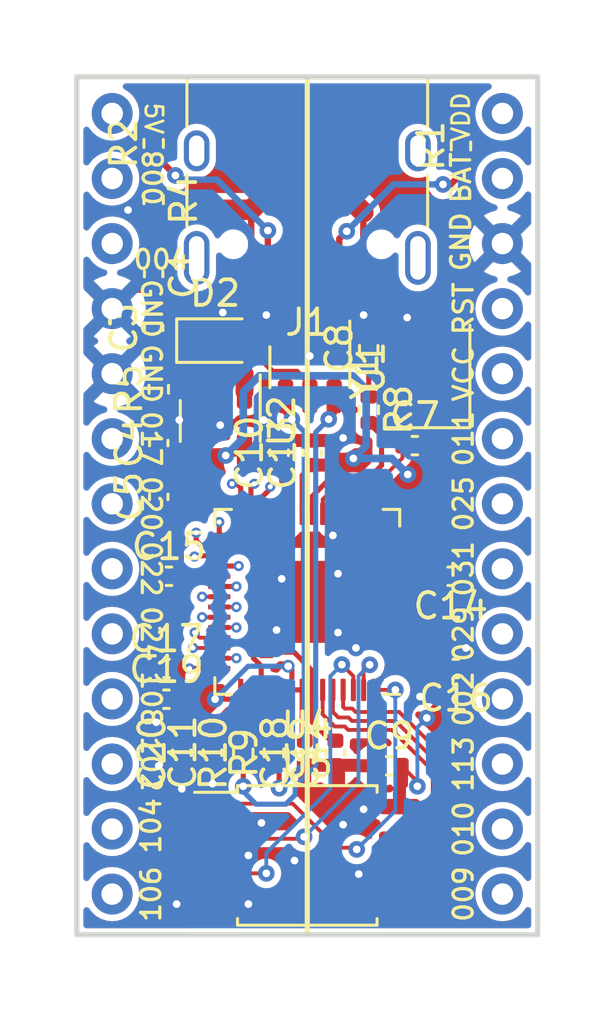
<source format=kicad_pcb>
(kicad_pcb (version 20211014) (generator pcbnew)
  (layers (0 "F.Cu" signal) (31 "B.Cu" signal) (34 "B.Paste" user) (35 "F.Paste" user) (36 "B.SilkS" user "B.Silkscreen") (37 "F.SilkS" user "F.Silkscreen") (38 "B.Mask" user) (39 "F.Mask" user) (44 "Edge.Cuts" user))
  (net 0 "")
  (net 1 "GND")
  (net 2 "+5V")
  (net 3 "/VSRC")
  (net 4 "XIN")
  (net 5 "+1V1")
  (net 6 "/CC1")
  (net 7 "D+")
  (net 8 "D-")
  (net 10 "/CC2")
  (net 12 "/GPIO0")
  (net 13 "/GPIO1")
  (net 14 "/GPIO2")
  (net 15 "/GPIO3")
  (net 16 "/GPIO4")
  (net 17 "/GPIO5")
  (net 18 "/GPIO6")
  (net 19 "/GPIO7")
  (net 20 "/GPIO8")
  (net 21 "/GPIO9")
  (net 22 "/GPIO10")
  (net 23 "/GPIO11")
  (net 24 "/GPIO12")
  (net 25 "/GPIO13")
  (net 26 "/GPIO14")
  (net 27 "/GPIO15")
  (net 28 "/GPIO29")
  (net 29 "/GPIO27")
  (net 30 "/GPIO26")
  (net 31 "/GPIO25")
  (net 32 "/GPIO24")
  (net 33 "/GPIO23")
  (net 34 "/GPIO22")
  (net 35 "/GPIO21")
  (net 36 "/GPIO20")
  (net 37 "/GPIO19")
  (net 38 "/GPIO18")
  (net 39 "/GPIO17")
  (net 40 "/GPIO16")
  (net 41 "SWD")
  (net 42 "SWCLK")
  (net 43 "QSPI_SS")
  (net 44 "/RESET")
  (net 45 "/ENABLE")
  (net 46 "XOUT")
  (net 47 "USB_D+")
  (net 48 "/DP")
  (net 49 "USB_D-")
  (net 50 "/DN")
  (net 51 "QSPI_SD1")
  (net 52 "QSPI_SD2")
  (net 53 "QSPI_SD0")
  (net 54 "QSPI_SCLK")
  (net 55 "QSPI_SD3")
  (net 56 "Net-(C8-Pad1)")
  (net 57 "+3V3")
  (net 62 "/GPIO28")
  (footprint "Resistor_SMD:R_0402_1005Metric" (layer "F.Cu") (at 153 32.6 90)
    (fp_text reference "R2")
    (fp_text value "5k1")
  )
  (footprint "mikotofootprints:mikoto-pins" (layer "F.Cu") (at 159 47.94)
    (fp_text reference "J2")
    (fp_text value "Conn_01x26" hide)
  )
  (footprint "Package_DFN_QFN:QFN-56-1EP_7x7mm_P0.4mm_EP3.2x3.2mm" (layer "F.Cu") (at 159 50.5 180)
    (fp_text reference "U4")
    (fp_text value "RP2040")
  )
  (footprint "Capacitor_SMD:C_0402_1005Metric" (layer "F.Cu") (at 155.3 56.39 90)
    (fp_text reference "C11")
    (fp_text value "100nF")
  )
  (footprint "Package_SO:SOIC-8_5.23x5.23mm_P1.27mm" (layer "F.Cu") (at 159 60.4)
    (fp_text reference "U5")
    (fp_text value "W25Q128JVS")
  )
  (footprint "Capacitor_SMD:C_0402_1005Metric" (layer "F.Cu") (at 153.2 44.3 90)
    (fp_text reference "C4")
    (fp_text value "1u")
  )
  (footprint "Capacitor_SMD:C_0402_1005Metric" (layer "F.Cu") (at 153.5 53.1)
    (fp_text reference "C17")
    (fp_text value "100nF")
  )
  (footprint "Capacitor_SMD:C_0402_1005Metric" (layer "F.Cu") (at 164.8 53.1 180)
    (fp_text reference "C16")
    (fp_text value "100nF")
  )
  (footprint "Crystal:Crystal_SMD_3225-4Pin_3.2x2.5mm" (layer "F.Cu") (at 163.7 41.7 90)
    (fp_text reference "Y1")
    (fp_text value "Crystal_GND23")
  )
  (footprint "Capacitor_SMD:C_0402_1005Metric" (layer "F.Cu") (at 153 37.7 -90)
    (fp_text reference "C1")
    (fp_text value "10uF")
  )
  (footprint "Capacitor_SMD:C_0402_1005Metric" (layer "F.Cu") (at 163.2 44.4)
    (fp_text reference "C7")
    (fp_text value "22pF")
  )
  (footprint "Capacitor_SMD:C_0402_1005Metric" (layer "F.Cu") (at 160.1 56.4 90)
    (fp_text reference "C12")
    (fp_text value "100nF")
  )
  (footprint "Capacitor_SMD:C_0402_1005Metric" (layer "F.Cu") (at 154.1 56.39 90)
    (fp_text reference "C20")
    (fp_text value "100nF")
  )
  (footprint "Capacitor_SMD:C_0402_1005Metric" (layer "F.Cu") (at 158.9 56.4 90)
    (fp_text reference "C18")
    (fp_text value "100nF")
  )
  (footprint "Capacitor_SMD:C_0402_1005Metric" (layer "F.Cu") (at 162.2 56.9)
    (fp_text reference "C9")
    (fp_text value "100nF")
  )
  (footprint "Resistor_SMD:R_0402_1005Metric" (layer "F.Cu") (at 165 32.7 90)
    (fp_text reference "R1")
    (fp_text value "5k1")
  )
  (footprint "Package_TO_SOT_SMD:SOT-23-5" (layer "F.Cu") (at 155.6 43.4375 -90)
    (fp_text reference "U2")
    (fp_text value "SOT23-5 200mA 3.3V")
  )
  (footprint "Capacitor_SMD:C_0402_1005Metric" (layer "F.Cu") (at 153.5 54.3)
    (fp_text reference "C19")
    (fp_text value "100nF")
  )
  (footprint "Resistor_SMD:R_0402_1005Metric" (layer "F.Cu") (at 153 34.8 -90)
    (fp_text reference "R4")
    (fp_text value "10k")
  )
  (footprint "Package_TO_SOT_SMD:SOT-23-6" (layer "F.Cu") (at 159.1 41.3375 -90)
    (fp_text reference "U1")
    (fp_text value "USBLC6-2SC6")
  )
  (footprint "Capacitor_SMD:C_0402_1005Metric" (layer "F.Cu") (at 164.6 49.5 180)
    (fp_text reference "C14")
    (fp_text value "100nF")
  )
  (footprint "Resistor_SMD:R_0402_1005Metric" (layer "F.Cu") (at 156.5 56.4 90)
    (fp_text reference "R10")
    (fp_text value "27R")
  )
  (footprint "Capacitor_SMD:C_0402_1005Metric" (layer "F.Cu") (at 157.9 44.68 90)
    (fp_text reference "C10")
    (fp_text value "1u")
  )
  (footprint "Capacitor_SMD:C_0402_1005Metric" (layer "F.Cu") (at 153 39.8 90)
    (fp_text reference "C3")
    (fp_text value "1uF")
  )
  (footprint "Diode_SMD:D_SOD-323" (layer "F.Cu") (at 155.4 40.3)
    (fp_text reference "D2")
    (fp_text value "D_Schottky")
  )
  (footprint "Capacitor_SMD:C_0402_1005Metric" (layer "F.Cu") (at 161.4 40.6 90)
    (fp_text reference "C8")
    (fp_text value "22pF")
  )
  (footprint "Capacitor_SMD:C_0402_1005Metric" (layer "F.Cu") (at 153.2 46.4 90)
    (fp_text reference "C5")
    (fp_text value "100nF")
  )
  (footprint "Capacitor_SMD:C_0402_1005Metric" (layer "F.Cu") (at 153.6 49.5)
    (fp_text reference "C15")
    (fp_text value "100nF")
  )
  (footprint "Resistor_SMD:R_0402_1005Metric" (layer "F.Cu") (at 157.7 56.4 90)
    (fp_text reference "R9")
    (fp_text value "27R")
  )
  (footprint "Connector_USB:USB_C_Receptacle_HRO_TYPE-C-31-M-12" (layer "F.Cu") (at 159 33.94 180)
    (fp_text reference "J1")
    (fp_text value "HRO_TYPE-C-31-M-14")
  )
  (footprint "Capacitor_SMD:C_0402_1005Metric" (layer "F.Cu") (at 159.2 44.68 90)
    (fp_text reference "C13")
    (fp_text value "1u")
  )
  (footprint "Resistor_SMD:R_0402_1005Metric" (layer "F.Cu") (at 153.2 42.2 90)
    (fp_text reference "R5")
    (fp_text value "10k")
  )
  (footprint "Resistor_SMD:R_0402_1005Metric" (layer "F.Cu") (at 161.4 43 -90)
    (fp_text reference "R8")
    (fp_text value "1k")
  )
  (gr_line (start 159 30) (end 159 63.5) (layer "F.SilkS") (width 0.2))
  (gr_rect (start 150 30) (end 168 63.5) (layer "Edge.Cuts") (width 0.2) (fill none))
  (segment (start 160.4 57.18) (end 160.1 56.88) (width 0.15) (layer "F.Cu") (net 1))
  (segment (start 160 47.0625) (end 160 47.905416) (width 0.2) (layer "F.Cu") (net 1))
  (segment (start 160.4 59.2) (end 160.4 57.18) (width 0.15) (layer "F.Cu") (net 1))
  (segment (start 152.91 34.29) (end 152 35.2) (width 0.2) (layer "F.Cu") (net 1))
  (segment (start 153.2 43.82) (end 153.58 43.82) (width 0.2) (layer "F.Cu") (net 1))
  (segment (start 161.7 39.3) (end 161.2 39.3) (width 0.2) (layer "F.Cu") (net 1))
  (segment (start 153 34.29) (end 152.91 34.29) (width 0.2) (layer "F.Cu") (net 1))
  (segment (start 160 47.905416) (end 159.999304 47.906112) (width 0.2) (layer "F.Cu") (net 1))
  (segment (start 153.58 43.82) (end 154 43.4) (width 0.2) (layer "F.Cu") (net 1))
  (segment (start 162.25 38.75) (end 161.7 39.3) (width 0.2) (layer "F.Cu") (net 1))
  (segment (start 162.25 37.985) (end 162.25 38.75) (width 0.2) (layer "F.Cu") (net 1))
  (via (at 155.7 39.2) (size 0.65) (drill 0.3) (layers "F.Cu" "B.Cu") (net 1))
  (via (at 157.3 43.4) (size 0.65) (drill 0.3) (layers "F.Cu" "B.Cu") (net 1))
  (via (at 157.21 59.13) (size 0.65) (drill 0.3) (layers "F.Cu" "B.Cu") (net 1))
  (via (at 161.2 39.3) (size 0.65) (drill 0.3) (layers "F.Cu" "B.Cu") (net 1))
  (via (at 153.1 55.2) (size 0.65) (drill 0.3) (layers "F.Cu" "B.Cu") (net 1))
  (via (at 161.2 58.6) (size 0.65) (drill 0.3) (layers "F.Cu" "B.Cu") (net 1))
  (via (at 157.8 51.6) (size 0.65) (drill 0.3) (layers "F.Cu" "B.Cu") (net 1))
  (via (at 165.2 52.3) (size 0.65) (drill 0.3) (layers "F.Cu" "B.Cu") (net 1))
  (via (at 155.6 43.6) (size 0.65) (drill 0.3) (layers "F.Cu" "B.Cu") (net 1))
  (via (at 152 35.2) (size 0.65) (drill 0.3) (layers "F.Cu" "B.Cu") (net 1))
  (via (at 153.2 56.9) (size 0.65) (drill 0.3) (layers "F.Cu" "B.Cu") (net 1))
  (via (at 158.5 60.6) (size 0.65) (drill 0.3) (layers "F.Cu" "B.Cu") (net 1))
  (via (at 156.7 62.3) (size 0.65) (drill 0.3) (layers "F.Cu" "B.Cu") (net 1))
  (via (at 158 49.6) (size 0.65) (drill 0.3) (layers "F.Cu" "B.Cu") (net 1))
  (via (at 153.9 62.3) (size 0.65) (drill 0.3) (layers "F.Cu" "B.Cu") (net 1))
  (via (at 155.3 57.6) (size 0.65) (drill 0.3) (layers "F.Cu" "B.Cu") (net 1))
  (via (at 160.4 44.1) (size 0.65) (drill 0.3) (layers "F.Cu" "B.Cu") (net 1))
  (via (at 161.01 61.13) (size 0.65) (drill 0.3) (layers "F.Cu" "B.Cu") (net 1))
  (via (at 159.1 40.9) (size 0.65) (drill 0.3) (layers "F.Cu" "B.Cu") (net 1))
  (via (at 160.2 49.4) (size 0.65) (drill 0.3) (layers "F.Cu" "B.Cu") (net 1))
  (via (at 159.999304 47.906112) (size 0.65) (drill 0.3) (layers "F.Cu" "B.Cu") (net 1))
  (via (at 157.4 39.3) (size 0.65) (drill 0.3) (layers "F.Cu" "B.Cu") (net 1))
  (via (at 160.2 51.7) (size 0.65) (drill 0.3) (layers "F.Cu" "B.Cu") (net 1))
  (via (at 156.7 60.4) (size 0.65) (drill 0.3) (layers "F.Cu" "B.Cu") (net 1))
  (via (at 160.9 52.3) (size 0.65) (drill 0.3) (layers "F.Cu" "B.Cu") (net 1))
  (via (at 154 43.4) (size 0.65) (drill 0.3) (layers "F.Cu" "B.Cu") (net 1))
  (via (at 160.4 59.2) (size 0.65) (drill 0.3) (layers "F.Cu" "B.Cu") (net 1))
  (via (at 163.4 54.2) (size 0.65) (drill 0.3) (layers "F.Cu" "B.Cu") (net 1))
  (via (at 162.9 39.4) (size 0.65) (drill 0.3) (layers "F.Cu" "B.Cu") (net 1))
  (via (at 154.1 57.8) (size 0.65) (drill 0.3) (layers "F.Cu" "B.Cu") (net 1))
  (segment (start 161.45 37.089951) (end 161.189999 36.82995) (width 0.25) (layer "F.Cu") (net 2))
  (segment (start 156.810001 35.189999) (end 153.689999 35.189999) (width 0.8) (layer "F.Cu") (net 2))
  (segment (start 153.689999 35.189999) (end 153.689999 35.910001) (width 0.8) (layer "F.Cu") (net 2))
  (segment (start 161.45 37.985) (end 161.45 37.089951) (width 0.25) (layer "F.Cu") (net 2))
  (segment (start 156.45 40.3) (end 157.65 41.5) (width 0.2) (layer "F.Cu") (net 2))
  (segment (start 156.55 37.9425) (end 156.55 40.2) (width 0.6) (layer "F.Cu") (net 2))
  (segment (start 157.3 34.7) (end 156.810001 35.189999) (width 0.8) (layer "F.Cu") (net 2))
  (segment (start 156.810001 35.189999) (end 156.810001 36.82995) (width 0.25) (layer "F.Cu") (net 2))
  (segment (start 160.6 34.7) (end 157.3 34.7) (width 0.8) (layer "F.Cu") (net 2))
  (segment (start 156.810001 36.82995) (end 156.55 37.089951) (width 0.25) (layer "F.Cu") (net 2))
  (segment (start 153.120001 35.189999) (end 153 35.31) (width 0.8) (layer "F.Cu") (net 2))
  (segment (start 157.65 41.5) (end 158.6 41.5) (width 0.2) (layer "F.Cu") (net 2))
  (segment (start 161.189999 36.82995) (end 161.189999 35.289999) (width 0.25) (layer "F.Cu") (net 2))
  (segment (start 161.189999 35.289999) (end 160.6 34.7) (width 0.8) (layer "F.Cu") (net 2))
  (segment (start 153.689999 35.910001) (end 153 36.6) (width 0.8) (layer "F.Cu") (net 2))
  (segment (start 158.6 41.5) (end 159.1 42) (width 0.2) (layer "F.Cu") (net 2))
  (segment (start 153 36.6) (end 153 37.22) (width 0.8) (layer "F.Cu") (net 2))
  (segment (start 159.1 42) (end 159.1 42.6375) (width 0.2) (layer "F.Cu") (net 2))
  (segment (start 153.689999 35.189999) (end 153.120001 35.189999) (width 0.8) (layer "F.Cu") (net 2))
  (segment (start 156.55 37.089951) (end 156.55 37.985) (width 0.25) (layer "F.Cu") (net 2))
  (segment (start 154.2 40.3) (end 153.2 41.3) (width 0.7) (layer "F.Cu") (net 3))
  (segment (start 154.65 40.3) (end 154.2 40.3) (width 0.7) (layer "F.Cu") (net 3))
  (segment (start 156.039949 41.0875) (end 156.55 41.597551) (width 0.7) (layer "F.Cu") (net 3))
  (segment (start 156.55 41.597551) (end 156.55 42.3) (width 0.7) (layer "F.Cu") (net 3))
  (segment (start 154.65 40.3) (end 155.1 40.3) (width 0.7) (layer "F.Cu") (net 3))
  (segment (start 154.65 40.3) (end 153.02 40.3) (width 0.7) (layer "F.Cu") (net 3))
  (segment (start 153.2 41.3) (end 153.2 41.69) (width 0.7) (layer "F.Cu") (net 3))
  (segment (start 155.8875 41.0875) (end 156.039949 41.0875) (width 0.7) (layer "F.Cu") (net 3))
  (segment (start 155.1 40.3) (end 155.8875 41.0875) (width 0.7) (layer "F.Cu") (net 3))
  (segment (start 153.02 40.3) (end 153 40.28) (width 0.7) (layer "F.Cu") (net 3))
  (segment (start 161.395 46.205) (end 162.72 44.88) (width 0.15) (layer "F.Cu") (net 4))
  (segment (start 162.85 44.27) (end 162.72 44.4) (width 0.15) (layer "F.Cu") (net 4))
  (segment (start 159.895 46.205) (end 161.395 46.205) (width 0.15) (layer "F.Cu") (net 4))
  (segment (start 159.6 46.5) (end 159.895 46.205) (width 0.15) (layer "F.Cu") (net 4))
  (segment (start 162.72 44.88) (end 162.72 44.4) (width 0.15) (layer "F.Cu") (net 4))
  (segment (start 159.6 47.0625) (end 159.6 46.5) (width 0.15) (layer "F.Cu") (net 4))
  (segment (start 162.85 42.8) (end 162.85 44.27) (width 0.15) (layer "F.Cu") (net 4))
  (segment (start 157.737059 52.462941) (end 157.6 52.6) (width 0.2) (layer "F.Cu") (net 5))
  (segment (start 157.2 53) (end 156.9 52.7) (width 0.2) (layer "F.Cu") (net 5))
  (segment (start 157.1 52.1) (end 157.1 48.6) (width 0.2) (layer "F.Cu") (net 5))
  (segment (start 157.2 54.469975) (end 156.969975 54.7) (width 0.2) (layer "F.Cu") (net 5))
  (segment (start 158.194975 47.8) (end 158.4 47.594975) (width 0.2) (layer "F.Cu") (net 5))
  (segment (start 157.2 53.9375) (end 157.2 54.469975) (width 0.2) (layer "F.Cu") (net 5))
  (segment (start 158.804007 52.804007) (end 158.804007 52.785123) (width 0.2) (layer "F.Cu") (net 5))
  (segment (start 157.1 48.6) (end 157.9 47.8) (width 0.2) (layer "F.Cu") (net 5))
  (segment (start 156.9 52.3) (end 157.1 52.1) (width 0.2) (layer "F.Cu") (net 5))
  (segment (start 157.9 47.8) (end 158.194975 47.8) (width 0.2) (layer "F.Cu") (net 5))
  (segment (start 158.804007 52.785123) (end 158.481825 52.462941) (width 0.2) (layer "F.Cu") (net 5))
  (segment (start 157.6 52.6) (end 157.2 52.6) (width 0.2) (layer "F.Cu") (net 5))
  (segment (start 156.9 52.7) (end 156.9 52.3) (width 0.2) (layer "F.Cu") (net 5))
  (segment (start 158 45.78) (end 158 45.26) (width 0.2) (layer "F.Cu") (net 5))
  (segment (start 159.2 53.2) (end 158.804007 52.804007) (width 0.2) (layer "F.Cu") (net 5))
  (segment (start 157.2 53.9375) (end 157.2 53) (width 0.2) (layer "F.Cu") (net 5))
  (segment (start 157.2 52.6) (end 156.9 52.3) (width 0.2) (layer "F.Cu") (net 5))
  (segment (start 155.9 54.7) (end 155.3 55.3) (width 0.2) (layer "F.Cu") (net 5))
  (segment (start 159.92 55.92) (end 160.1 55.92) (width 0.2) (layer "F.Cu") (net 5))
  (segment (start 158.481825 52.462941) (end 157.737059 52.462941) (width 0.2) (layer "F.Cu") (net 5))
  (segment (start 159.2 53.9375) (end 159.2 53.2) (width 0.2) (layer "F.Cu") (net 5))
  (segment (start 156.969975 54.7) (end 155.9 54.7) (width 0.2) (layer "F.Cu") (net 5))
  (segment (start 155.3 55.3) (end 155.3 55.91) (width 0.2) (layer "F.Cu") (net 5))
  (segment (start 158.4 46.18) (end 158 45.78) (width 0.2) (layer "F.Cu") (net 5))
  (segment (start 159.2 55.2) (end 159.92 55.92) (width 0.2) (layer "F.Cu") (net 5))
  (segment (start 159.2 53.9375) (end 159.2 55.2) (width 0.2) (layer "F.Cu") (net 5))
  (segment (start 158 45.26) (end 157.9 45.16) (width 0.2) (layer "F.Cu") (net 5))
  (segment (start 158.4 47.0625) (end 158.4 46.18) (width 0.2) (layer "F.Cu") (net 5))
  (segment (start 158.4 47.594975) (end 158.4 47.0625) (width 0.2) (layer "F.Cu") (net 5))
  (segment (start 164.6 34.2) (end 165 33.8) (width 0.25) (layer "F.Cu") (net 6))
  (segment (start 164.3 34.2) (end 164.6 34.2) (width 0.25) (layer "F.Cu") (net 6))
  (segment (start 165 33.8) (end 165 33.21) (width 0.25) (layer "F.Cu") (net 6))
  (segment (start 160.540499 36.030312) (end 160.25 36.320811) (width 0.25) (layer "F.Cu") (net 6))
  (segment (start 160.25 36.320811) (end 160.25 37.985) (width 0.25) (layer "F.Cu") (net 6))
  (via (at 160.540499 36.030312) (size 0.65) (drill 0.3) (layers "F.Cu" "B.Cu") (net 6))
  (via (at 164.3 34.2) (size 0.65) (drill 0.3) (layers "F.Cu" "B.Cu") (net 6))
  (segment (start 162.370811 34.2) (end 164.3 34.2) (width 0.25) (layer "B.Cu") (net 6))
  (segment (start 160.540499 36.030312) (end 162.370811 34.2) (width 0.25) (layer "B.Cu") (net 6))
  (segment (start 158.47 36.74) (end 159 36.74) (width 0.25) (layer "F.Cu") (net 7))
  (segment (start 159.25 36.99) (end 159.25 37.985) (width 0.25) (layer "F.Cu") (net 7))
  (segment (start 158.25 36.96) (end 158.47 36.74) (width 0.25) (layer "F.Cu") (net 7))
  (segment (start 159 36.74) (end 159.25 36.99) (width 0.25) (layer "F.Cu") (net 7))
  (segment (start 158.25 37.985) (end 158.25 36.96) (width 0.25) (layer "F.Cu") (net 7))
  (segment (start 158.25 37.985) (end 158.25 40.2625) (width 0.25) (layer "F.Cu") (net 7))
  (segment (start 159.75 39.01) (end 159.75 37.985) (width 0.25) (layer "F.Cu") (net 8))
  (segment (start 158.88 39.14) (end 159.62 39.14) (width 0.25) (layer "F.Cu") (net 8))
  (segment (start 158.75 37.985) (end 158.75 39.01) (width 0.25) (layer "F.Cu") (net 8))
  (segment (start 158.75 39.01) (end 158.88 39.14) (width 0.25) (layer "F.Cu") (net 8))
  (segment (start 159.62 39.14) (end 159.75 39.01) (width 0.25) (layer "F.Cu") (net 8))
  (segment (start 160.1 39.36) (end 160.1 40.3125) (width 0.25) (layer "F.Cu") (net 8))
  (segment (start 159.75 39.01) (end 160.1 39.36) (width 0.25) (layer "F.Cu") (net 8))
  (segment (start 153.8 33.8) (end 153.11 33.11) (width 0.25) (layer "F.Cu") (net 10))
  (segment (start 153.11 33.11) (end 153 33.11) (width 0.25) (layer "F.Cu") (net 10))
  (segment (start 157.459501 36.750499) (end 157.25 36.96) (width 0.25) (layer "F.Cu") (net 10))
  (segment (start 157.25 36.96) (end 157.25 37.985) (width 0.25) (layer "F.Cu") (net 10))
  (segment (start 157.459501 36) (end 157.459501 36.750499) (width 0.25) (layer "F.Cu") (net 10))
  (via (at 157.459501 36) (size 0.65) (drill 0.3) (layers "F.Cu" "B.Cu") (net 10))
  (via (at 153.85 33.85) (size 0.65) (drill 0.3) (layers "F.Cu" "B.Cu") (net 10))
  (segment (start 155.474501 34.015) (end 154.015 34.015) (width 0.25) (layer "B.Cu") (net 10))
  (segment (start 157.459501 36) (end 155.474501 34.015) (width 0.25) (layer "B.Cu") (net 10))
  (segment (start 154.015 34.015) (end 153.85 33.85) (width 0.25) (layer "B.Cu") (net 10))
  (segment (start 156.232048 52.7) (end 155.5625 52.7) (width 0.15) (layer "F.Cu") (net 28))
  (via (at 156.232048 52.7) (size 0.4) (drill 0.2) (layers "F.Cu" "B.Cu") (net 28))
  (segment (start 154.8 51.9) (end 154.6 51.7) (width 0.15) (layer "F.Cu") (net 29))
  (segment (start 155.5625 51.9) (end 154.8 51.9) (width 0.15) (layer "F.Cu") (net 29))
  (via (at 154.6 51.7) (size 0.4) (drill 0.2) (layers "F.Cu" "B.Cu") (net 29))
  (segment (start 155.5625 51.5) (end 156.232048 51.5) (width 0.15) (layer "F.Cu") (net 30))
  (via (at 156.232048 51.5) (size 0.4) (drill 0.2) (layers "F.Cu" "B.Cu") (net 30))
  (segment (start 154.892953 51.1) (end 155.5625 51.1) (width 0.15) (layer "F.Cu") (net 31))
  (via (at 154.892953 51.1) (size 0.4) (drill 0.2) (layers "F.Cu" "B.Cu") (net 31))
  (segment (start 156.232047 50.7) (end 155.5625 50.7) (width 0.15) (layer "F.Cu") (net 32))
  (via (at 156.232047 50.7) (size 0.4) (drill 0.2) (layers "F.Cu" "B.Cu") (net 32))
  (segment (start 154.892953 50.3) (end 155.5625 50.3) (width 0.15) (layer "F.Cu") (net 33))
  (via (at 154.892953 50.3) (size 0.4) (drill 0.2) (layers "F.Cu" "B.Cu") (net 33))
  (segment (start 156.232047 49.9) (end 155.5625 49.9) (width 0.2) (layer "F.Cu") (net 34))
  (via (at 156.232047 49.9) (size 0.4) (drill 0.2) (layers "F.Cu" "B.Cu") (net 34))
  (segment (start 156.319928 49.1) (end 155.5625 49.1) (width 0.2) (layer "F.Cu") (net 35))
  (via (at 156.319928 49.1) (size 0.4) (drill 0.2) (layers "F.Cu" "B.Cu") (net 35))
  (segment (start 154.625251 48.7) (end 155.5625 48.7) (width 0.2) (layer "F.Cu") (net 36))
  (segment (start 154.595467 48.729784) (end 154.625251 48.7) (width 0.2) (layer "F.Cu") (net 36))
  (via (at 154.595467 48.729784) (size 0.4) (drill 0.2) (layers "F.Cu" "B.Cu") (net 36))
  (segment (start 154.66 48.11) (end 154.66 47.8) (width 0.2) (layer "F.Cu") (net 37))
  (segment (start 154.76 48.21) (end 154.66 48.11) (width 0.2) (layer "F.Cu") (net 37))
  (segment (start 154.85 48.3) (end 154.76 48.21) (width 0.2) (layer "F.Cu") (net 37))
  (segment (start 155.5625 48.3) (end 154.85 48.3) (width 0.2) (layer "F.Cu") (net 37))
  (via (at 154.66 47.8) (size 0.4) (drill 0.2) (layers "F.Cu" "B.Cu") (net 37))
  (segment (start 155.5625 47.9) (end 155.5625 47.3825) (width 0.2) (layer "F.Cu") (net 38))
  (via (at 155.5625 47.3825) (size 0.4) (drill 0.2) (layers "F.Cu" "B.Cu") (net 38))
  (segment (start 156.06 45.89) (end 156.25 45.89) (width 0.2) (layer "F.Cu") (net 39))
  (segment (start 156.4 46.04) (end 156.4 47.0625) (width 0.2) (layer "F.Cu") (net 39))
  (segment (start 156.25 45.89) (end 156.4 46.04) (width 0.2) (layer "F.Cu") (net 39))
  (via (at 156.06 45.89) (size 0.4) (drill 0.2) (layers "F.Cu" "B.Cu") (net 39))
  (segment (start 156.8 47.0625) (end 156.8 46.02) (width 0.2) (layer "F.Cu") (net 40))
  (segment (start 156.8 46.02) (end 156.93 45.89) (width 0.2) (layer "F.Cu") (net 40))
  (via (at 156.93 45.89) (size 0.4) (drill 0.2) (layers "F.Cu" "B.Cu") (net 40))
  (segment (start 160.648529 60.1) (end 160.151471 60.1) (width 0.15) (layer "F.Cu") (net 43))
  (segment (start 160.151471 60.1) (end 158.431471 58.38) (width 0.15) (layer "F.Cu") (net 43))
  (segment (start 158.431471 58.38) (end 155.515 58.38) (width 0.15) (layer "F.Cu") (net 43))
  (segment (start 160.757929 59.990599) (end 160.648529 60.1) (width 0.15) (layer "F.Cu") (net 43))
  (segment (start 160.93068 60.16335) (end 160.757929 59.990599) (width 0.15) (layer "F.Cu") (net 43))
  (segment (start 162.4375 53.9375) (end 161.6 53.9375) (width 0.15) (layer "F.Cu") (net 43))
  (segment (start 155.515 58.38) (end 155.4 58.495) (width 0.15) (layer "F.Cu") (net 43))
  (via (at 162.4375 53.9375) (size 0.65) (drill 0.3) (layers "F.Cu" "B.Cu") (net 43))
  (via (at 160.93068 60.16335) (size 0.65) (drill 0.3) (layers "F.Cu" "B.Cu") (net 43))
  (segment (start 160.93068 60.16335) (end 162.4375 58.65653) (width 0.15) (layer "B.Cu") (net 43))
  (segment (start 162.4375 58.65653) (end 162.4375 53.9375) (width 0.15) (layer "B.Cu") (net 43))
  (segment (start 157.553233 46.086767) (end 157.2 46.44) (width 0.2) (layer "F.Cu") (net 44))
  (segment (start 157.2 46.44) (end 157.2 47.0625) (width 0.2) (layer "F.Cu") (net 44))
  (segment (start 157.553233 46.003383) (end 157.553233 46.086767) (width 0.2) (layer "F.Cu") (net 44))
  (via (at 157.553233 46.003383) (size 0.4) (drill 0.2) (layers "F.Cu" "B.Cu") (net 44))
  (segment (start 153.2 42.71) (end 153.31 42.6) (width 0.2) (layer "F.Cu") (net 45))
  (segment (start 153.31 42.6) (end 154.35 42.6) (width 0.2) (layer "F.Cu") (net 45))
  (segment (start 154.35 42.6) (end 154.65 42.3) (width 0.2) (layer "F.Cu") (net 45))
  (segment (start 161.26967 45.8) (end 161.9 45.16967) (width 0.2) (layer "F.Cu") (net 46))
  (segment (start 159.2 46.36967) (end 159.76967 45.8) (width 0.2) (layer "F.Cu") (net 46))
  (segment (start 159.2 47.0625) (end 159.2 46.36967) (width 0.2) (layer "F.Cu") (net 46))
  (segment (start 161.9 44.01) (end 161.4 43.51) (width 0.2) (layer "F.Cu") (net 46))
  (segment (start 161.9 45.16967) (end 161.9 44.01) (width 0.2) (layer "F.Cu") (net 46))
  (segment (start 159.76967 45.8) (end 161.26967 45.8) (width 0.2) (layer "F.Cu") (net 46))
  (segment (start 157.9 57.7755) (end 157.9 57.11) (width 0.2) (layer "F.Cu") (net 47))
  (segment (start 158.395985 43.372233) (end 158.15 43.126248) (width 0.2) (layer "F.Cu") (net 47))
  (segment (start 158.15 43.126248) (end 158.15 42.6375) (width 0.2) (layer "F.Cu") (net 47))
  (segment (start 157.9 57.11) (end 157.7 56.91) (width 0.2) (layer "F.Cu") (net 47))
  (via (at 158.395985 43.372233) (size 0.65) (drill 0.3) (layers "F.Cu" "B.Cu") (net 47))
  (via (at 157.9 57.7755) (size 0.65) (drill 0.3) (layers "F.Cu" "B.Cu") (net 47))
  (segment (start 158.878507 43.854755) (end 158.878507 56.796993) (width 0.2) (layer "B.Cu") (net 47))
  (segment (start 158.395985 43.372233) (end 158.878507 43.854755) (width 0.2) (layer "B.Cu") (net 47))
  (segment (start 158.878507 56.796993) (end 157.9 57.7755) (width 0.2) (layer "B.Cu") (net 47))
  (segment (start 157.41 55.36) (end 157.41 55.6) (width 0.15) (layer "F.Cu") (net 48))
  (segment (start 158 53.9375) (end 158 54.77) (width 0.15) (layer "F.Cu") (net 48))
  (segment (start 157.41 55.6) (end 157.7 55.89) (width 0.15) (layer "F.Cu") (net 48))
  (segment (start 158 54.77) (end 157.41 55.36) (width 0.15) (layer "F.Cu") (net 48))
  (segment (start 156.5 57.7) (end 156.5 56.91) (width 0.2) (layer "F.Cu") (net 49))
  (segment (start 160.05 43.15597) (end 160.05 42.6375) (width 0.2) (layer "F.Cu") (net 49))
  (segment (start 159.83665 43.36932) (end 160.05 43.15597) (width 0.2) (layer "F.Cu") (net 49))
  (via (at 156.5 57.7) (size 0.65) (drill 0.3) (layers "F.Cu" "B.Cu") (net 49))
  (via (at 159.83665 43.36932) (size 0.65) (drill 0.3) (layers "F.Cu" "B.Cu") (net 49))
  (segment (start 157.0005 58.4005) (end 156.5 57.9) (width 0.2) (layer "B.Cu") (net 49))
  (segment (start 159.328509 56.912677) (end 158.525 57.716186) (width 0.2) (layer "B.Cu") (net 49))
  (segment (start 156.5 57.9) (end 156.5 57.7) (width 0.2) (layer "B.Cu") (net 49))
  (segment (start 158.158884 58.4005) (end 157.0005 58.4005) (width 0.2) (layer "B.Cu") (net 49))
  (segment (start 158.525 58.034384) (end 158.158884 58.4005) (width 0.2) (layer "B.Cu") (net 49))
  (segment (start 159.83665 43.36932) (end 159.328509 43.877461) (width 0.2) (layer "B.Cu") (net 49))
  (segment (start 159.328509 43.877461) (end 159.328509 56.912677) (width 0.2) (layer "B.Cu") (net 49))
  (segment (start 158.525 57.716186) (end 158.525 58.034384) (width 0.2) (layer "B.Cu") (net 49))
  (segment (start 157.12 55.075) (end 156.5 55.695) (width 0.15) (layer "F.Cu") (net 50))
  (segment (start 157.125305 55.075) (end 157.12 55.075) (width 0.15) (layer "F.Cu") (net 50))
  (segment (start 157.6 53.9375) (end 157.6 54.600305) (width 0.15) (layer "F.Cu") (net 50))
  (segment (start 156.5 55.695) (end 156.5 55.89) (width 0.15) (layer "F.Cu") (net 50))
  (segment (start 157.6 54.600305) (end 157.125305 55.075) (width 0.15) (layer "F.Cu") (net 50))
  (segment (start 158.873911 59.673911) (end 158.797822 59.75) (width 0.15) (layer "F.Cu") (net 51))
  (segment (start 158.797822 59.75) (end 155.415 59.75) (width 0.15) (layer "F.Cu") (net 51))
  (segment (start 155.415 59.75) (end 155.4 59.765) (width 0.15) (layer "F.Cu") (net 51))
  (segment (start 161.2 53) (end 161.2 53.9375) (width 0.15) (layer "F.Cu") (net 51))
  (segment (start 161.242521 52.957479) (end 161.2 53) (width 0.15) (layer "F.Cu") (net 51))
  (segment (start 161.437937 52.957479) (end 161.242521 52.957479) (width 0.15) (layer "F.Cu") (net 51))
  (via (at 158.873911 59.673911) (size 0.65) (drill 0.3) (layers "F.Cu" "B.Cu") (net 51))
  (via (at 161.437937 52.957479) (size 0.65) (drill 0.3) (layers "F.Cu" "B.Cu") (net 51))
  (segment (start 158.873911 59.673911) (end 161 57.547822) (width 0.15) (layer "B.Cu") (net 51))
  (segment (start 161 53.395416) (end 161.437937 52.957479) (width 0.15) (layer "B.Cu") (net 51))
  (segment (start 161 57.547822) (end 161 53.395416) (width 0.15) (layer "B.Cu") (net 51))
  (segment (start 157.4 61.1) (end 155.465 61.1) (width 0.15) (layer "F.Cu") (net 52))
  (segment (start 160.8 53.4) (end 160.8 53.9375) (width 0.15) (layer "F.Cu") (net 52))
  (segment (start 155.465 61.1) (end 155.4 61.035) (width 0.15) (layer "F.Cu") (net 52))
  (segment (start 160.35 52.95) (end 160.8 53.4) (width 0.15) (layer "F.Cu") (net 52))
  (via (at 160.35 52.95) (size 0.65) (drill 0.3) (layers "F.Cu" "B.Cu") (net 52))
  (via (at 157.4 61.1) (size 0.65) (drill 0.3) (layers "F.Cu" "B.Cu") (net 52))
  (segment (start 157.4 61.1) (end 157.4 60.3) (width 0.15) (layer "B.Cu") (net 52))
  (segment (start 159.9 53.4) (end 160.35 52.95) (width 0.15) (layer "B.Cu") (net 52))
  (segment (start 157.4 60.3) (end 159.9 57.8) (width 0.15) (layer "B.Cu") (net 52))
  (segment (start 159.9 57.8) (end 159.9 53.4) (width 0.15) (layer "B.Cu") (net 52))
  (segment (start 160.465001 54.665) (end 160.754949 54.665) (width 0.15) (layer "F.Cu") (net 53))
  (segment (start 164.6 56.810052) (end 164.6 61.9) (width 0.15) (layer "F.Cu") (net 53))
  (segment (start 160.4 54.6) (end 160.465001 54.665) (width 0.15) (layer "F.Cu") (net 53))
  (segment (start 160.889949 54.8) (end 162.589948 54.8) (width 0.15) (layer "F.Cu") (net 53))
  (segment (start 164.6 61.9) (end 164.195 62.305) (width 0.15) (layer "F.Cu") (net 53))
  (segment (start 160.754949 54.665) (end 160.889949 54.8) (width 0.15) (layer "F.Cu") (net 53))
  (segment (start 162.589948 54.8) (end 164.6 56.810052) (width 0.15) (layer "F.Cu") (net 53))
  (segment (start 160.4 53.9375) (end 160.4 54.6) (width 0.15) (layer "F.Cu") (net 53))
  (segment (start 164.195 62.305) (end 162.6 62.305) (width 0.15) (layer "F.Cu") (net 53))
  (segment (start 160.744974 55.15) (end 162.444974 55.15) (width 0.15) (layer "F.Cu") (net 54))
  (segment (start 160 54.8) (end 160.215 55.015) (width 0.15) (layer "F.Cu") (net 54))
  (segment (start 164.25 60.45) (end 163.665 61.035) (width 0.15) (layer "F.Cu") (net 54))
  (segment (start 160.215 55.015) (end 160.609974 55.015) (width 0.15) (layer "F.Cu") (net 54))
  (segment (start 160 53.9375) (end 160 54.8) (width 0.15) (layer "F.Cu") (net 54))
  (segment (start 163.665 61.035) (end 162.6 61.035) (width 0.15) (layer "F.Cu") (net 54))
  (segment (start 162.444974 55.15) (end 164.25 56.955026) (width 0.15) (layer "F.Cu") (net 54))
  (segment (start 164.25 56.955026) (end 164.25 60.45) (width 0.15) (layer "F.Cu") (net 54))
  (segment (start 160.609974 55.015) (end 160.744974 55.15) (width 0.15) (layer "F.Cu") (net 54))
  (segment (start 160.464999 55.365) (end 160.599999 55.5) (width 0.15) (layer "F.Cu") (net 55))
  (segment (start 160.070026 55.365) (end 160.464999 55.365) (width 0.15) (layer "F.Cu") (net 55))
  (segment (start 160.599999 55.5) (end 162.3 55.5) (width 0.15) (layer "F.Cu") (net 55))
  (segment (start 163.9 59.3) (end 163.435 59.765) (width 0.15) (layer "F.Cu") (net 55))
  (segment (start 159.6 53.9375) (end 159.6 54.894974) (width 0.15) (layer "F.Cu") (net 55))
  (segment (start 162.3 55.5) (end 163.9 57.1) (width 0.15) (layer "F.Cu") (net 55))
  (segment (start 159.6 54.894974) (end 160.070026 55.365) (width 0.15) (layer "F.Cu") (net 55))
  (segment (start 163.9 57.1) (end 163.9 59.3) (width 0.15) (layer "F.Cu") (net 55))
  (segment (start 163.435 59.765) (end 162.6 59.765) (width 0.15) (layer "F.Cu") (net 55))
  (segment (start 161.4 42.49) (end 161.4 41.8) (width 0.2) (layer "F.Cu") (net 56))
  (segment (start 161.4 41.8) (end 161.5 41.7) (width 0.2) (layer "F.Cu") (net 56))
  (segment (start 161.4 41.8) (end 161.4 41.08) (width 0.2) (layer "F.Cu") (net 56))
  (segment (start 164.55 41.95) (end 164.55 42.8) (width 0.2) (layer "F.Cu") (net 56))
  (segment (start 164.3 41.7) (end 164.55 41.95) (width 0.2) (layer "F.Cu") (net 56))
  (segment (start 161.5 41.7) (end 164.3 41.7) (width 0.2) (layer "F.Cu") (net 56))
  (segment (start 158.8 55.82) (end 158.9 55.92) (width 0.2) (layer "F.Cu") (net 57))
  (segment (start 158.4 53.9375) (end 158.8 53.9375) (width 0.2) (layer "F.Cu") (net 57))
  (segment (start 164.32 52.296116) (end 164.32 53.1) (width 0.2) (layer "F.Cu") (net 57))
  (segment (start 164.8 50.18) (end 164.8 51.816116) (width 0.2) (layer "F.Cu") (net 57))
  (segment (start 155 45.6) (end 154.1 45.6) (width 0.3) (layer "F.Cu") (net 57))
  (segment (start 158.4 53.158934) (end 158.4 53.9375) (width 0.2) (layer "F.Cu") (net 57))
  (segment (start 164.32 54.38) (end 164.32 53.1) (width 0.2) (layer "F.Cu") (net 57))
  (segment (start 158.8 53.9375) (end 158.8 55.82) (width 0.2) (layer "F.Cu") (net 57))
  (segment (start 162.4375 49.5) (end 164.12 49.5) (width 0.2) (layer "F.Cu") (net 57))
  (segment (start 153.7 49.88) (end 153.7 52.82) (width 0.2) (layer "F.Cu") (net 57))
  (segment (start 154.4 53.1) (end 155.5625 53.1) (width 0.2) (layer "F.Cu") (net 57))
  (segment (start 162.68 56.9) (end 162.68 58.415) (width 0.15) (layer "F.Cu") (net 57))
  (segment (start 155.5625 49.5) (end 154.08 49.5) (width 0.2) (layer "F.Cu") (net 57))
  (segment (start 154.1 55.6) (end 154.1 55.91) (width 0.2) (layer "F.Cu") (net 57))
  (segment (start 160.54 45.16) (end 159.2 45.16) (width 0.3) (layer "F.Cu") (net 57))
  (segment (start 160.8 44.9) (end 160.54 45.16) (width 0.3) (layer "F.Cu") (net 57))
  (segment (start 162.68 58.415) (end 162.6 58.495) (width 0.15) (layer "F.Cu") (net 57))
  (segment (start 155.815 44.785) (end 154.08 46.52) (width 0.2) (layer "F.Cu") (net 57))
  (segment (start 158.8 45.56) (end 159.2 45.16) (width 0.2) (layer "F.Cu") (net 57))
  (segment (start 154.1 45.6) (end 153.52 45.6) (width 0.3) (layer "F.Cu") (net 57))
  (segment (start 153.28 44.78) (end 153.2 44.78) (width 0.3) (layer "F.Cu") (net 57))
  (segment (start 164.9 48.677035) (end 164.12 49.457035) (width 0.3) (layer "F.Cu") (net 57))
  (segment (start 164.32 53.1) (end 162.4375 53.1) (width 0.2) (layer "F.Cu") (net 57))
  (segment (start 156.8 53.9375) (end 156.4 53.9375) (width 0.2) (layer "F.Cu") (net 57))
  (segment (start 156.55 44.575) (end 156.025 44.575) (width 0.3) (layer "F.Cu") (net 57))
  (segment (start 164.9 47.5) (end 164.9 48.677035) (width 0.3) (layer "F.Cu") (net 57))
  (segment (start 155.4 54.3) (end 154.1 55.6) (width 0.2) (layer "F.Cu") (net 57))
  (segment (start 153.52 45.6) (end 153.2 45.92) (width 0.3) (layer "F.Cu") (net 57))
  (segment (start 158.254007 53.012941) (end 158.4 53.158934) (width 0.2) (layer "F.Cu") (net 57))
  (segment (start 158.8 47.0625) (end 158.8 45.56) (width 0.2) (layer "F.Cu") (net 57))
  (segment (start 154.08 49.5) (end 153.7 49.88) (width 0.2) (layer "F.Cu") (net 57))
  (segment (start 163.668885 55.031115) (end 164.32 54.38) (width 0.2) (layer "F.Cu") (net 57))
  (segment (start 163.3 57.52) (end 162.68 56.9) (width 0.15) (layer "F.Cu") (net 57))
  (segment (start 153.98 53.1) (end 153.98 54.3) (width 0.2) (layer "F.Cu") (net 57))
  (segment (start 163.3 57.7) (end 163.3 57.52) (width 0.15) (layer "F.Cu") (net 57))
  (segment (start 155.4 54.3) (end 153.98 54.3) (width 0.2) (layer "F.Cu") (net 57))
  (segment (start 164.12 49.5) (end 164.8 50.18) (width 0.2) (layer "F.Cu") (net 57))
  (segment (start 164.12 49.457035) (end 164.12 49.5) (width 0.3) (layer "F.Cu") (net 57))
  (segment (start 155.815 44.785) (end 155 45.6) (width 0.3) (layer "F.Cu") (net 57))
  (segment (start 156.0375 54.3) (end 155.4 54.3) (width 0.2) (layer "F.Cu") (net 57))
  (segment (start 164.8 51.816116) (end 164.32 52.296116) (width 0.2) (layer "F.Cu") (net 57))
  (segment (start 154.1 45.6) (end 153.28 44.78) (width 0.3) (layer "F.Cu") (net 57))
  (segment (start 162.923911 45.523911) (end 164.9 47.5) (width 0.3) (layer "F.Cu") (net 57))
  (segment (start 153.98 53.1) (end 154.4 53.1) (width 0.2) (layer "F.Cu") (net 57))
  (segment (start 154.08 46.52) (end 154.08 49.5) (width 0.2) (layer "F.Cu") (net 57))
  (segment (start 153.7 52.82) (end 153.98 53.1) (width 0.2) (layer "F.Cu") (net 57))
  (segment (start 156.025 44.575) (end 155 45.6) (width 0.3) (layer "F.Cu") (net 57))
  (segment (start 156.4 53.9375) (end 156.0375 54.3) (width 0.2) (layer "F.Cu") (net 57))
  (via (at 163.3 57.7) (size 0.65) (drill 0.3) (layers "F.Cu" "B.Cu") (net 57))
  (via (at 160.8 44.9) (size 0.65) (drill 0.3) (layers "F.Cu" "B.Cu") (net 57))
  (via (at 155.815 44.785) (size 0.65) (drill 0.3) (layers "F.Cu" "B.Cu") (net 57))
  (via (at 163.668885 55.031115) (size 0.65) (drill 0.3) (layers "F.Cu" "B.Cu") (net 57))
  (via (at 162.923911 45.523911) (size 0.65) (drill 0.3) (layers "F.Cu" "B.Cu") (net 57))
  (via (at 155.4 54.3) (size 0.65) (drill 0.3) (layers "F.Cu" "B.Cu") (net 57))
  (via (at 158.254007 53.012941) (size 0.5) (drill 0.3) (layers "F.Cu" "B.Cu") (net 57))
  (via (at 154.4 53.1) (size 0.4) (drill 0.2) (layers "F.Cu" "B.Cu") (net 57))
  (segment (start 163.668885 55.031115) (end 163.3 55.4) (width 0.15) (layer "B.Cu") (net 57))
  (segment (start 161.3 44.4) (end 160.8 44.9) (width 0.3) (layer "B.Cu") (net 57))
  (segment (start 156.687059 53.012941) (end 155.4 54.3) (width 0.2) (layer "B.Cu") (net 57))
  (segment (start 156.5 42.3) (end 157.125 41.675) (width 0.3) (layer "B.Cu") (net 57))
  (segment (start 162.923911 45.523911) (end 162.3 44.9) (width 0.3) (layer "B.Cu") (net 57))
  (segment (start 161.3 42.2) (end 161.3 44.4) (width 0.3) (layer "B.Cu") (net 57))
  (segment (start 155.815 44.785) (end 156.5 44.1) (width 0.3) (layer "B.Cu") (net 57))
  (segment (start 156.5 44.1) (end 156.5 42.3) (width 0.3) (layer "B.Cu") (net 57))
  (segment (start 158.254007 53.012941) (end 156.687059 53.012941) (width 0.2) (layer "B.Cu") (net 57))
  (segment (start 162.3 44.9) (end 160.8 44.9) (width 0.3) (layer "B.Cu") (net 57))
  (segment (start 157.125 41.675) (end 160.775 41.675) (width 0.3) (layer "B.Cu") (net 57))
  (segment (start 160.775 41.675) (end 161.3 42.2) (width 0.3) (layer "B.Cu") (net 57))
  (segment (start 163.3 55.4) (end 163.3 57.7) (width 0.15) (layer "B.Cu") (net 57))
  (segment (start 154.540506 52.3) (end 154.536652 52.296146) (width 0.15) (layer "F.Cu") (net 62))
  (segment (start 155.5625 52.3) (end 154.540506 52.3) (width 0.15) (layer "F.Cu") (net 62))
  (via (at 154.536652 52.296146) (size 0.4) (drill 0.2) (layers "F.Cu" "B.Cu") (net 62))
  (zone (net 1) (net_name "GND") (layers F&B.Cu) (connect_pads (clearance 0.254)) (min_thickness 0.254) (fill yes (thermal_gap 0.508) (thermal_bridge_width 0.508))
    (polygon (pts (xy 171 67) (xy 147 67) (xy 147 27) (xy 171 27)))
  )
  (zone (net 57) (net_name "+3V3") (layer "F.Cu") (connect_pads (clearance 0.254)) (min_thickness 0.254) (fill yes (thermal_gap 0.508) (thermal_bridge_width 0.508))
    (polygon (pts (xy 164.6 63.1) (xy 153.6 63.1) (xy 153.6 44.5) (xy 164.6 44.5)))
  )
)
</source>
